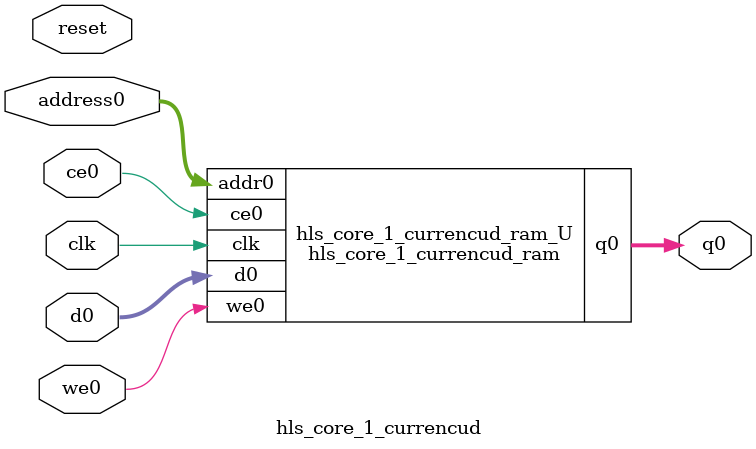
<source format=v>
`timescale 1 ns / 1 ps
module hls_core_1_currencud_ram (addr0, ce0, d0, we0, q0,  clk);

parameter DWIDTH = 32;
parameter AWIDTH = 10;
parameter MEM_SIZE = 784;

input[AWIDTH-1:0] addr0;
input ce0;
input[DWIDTH-1:0] d0;
input we0;
output reg[DWIDTH-1:0] q0;
input clk;

(* ram_style = "block" *)reg [DWIDTH-1:0] ram[0:MEM_SIZE-1];




always @(posedge clk)  
begin 
    if (ce0) 
    begin
        if (we0) 
        begin 
            ram[addr0] <= d0; 
        end 
        q0 <= ram[addr0];
    end
end


endmodule

`timescale 1 ns / 1 ps
module hls_core_1_currencud(
    reset,
    clk,
    address0,
    ce0,
    we0,
    d0,
    q0);

parameter DataWidth = 32'd32;
parameter AddressRange = 32'd784;
parameter AddressWidth = 32'd10;
input reset;
input clk;
input[AddressWidth - 1:0] address0;
input ce0;
input we0;
input[DataWidth - 1:0] d0;
output[DataWidth - 1:0] q0;



hls_core_1_currencud_ram hls_core_1_currencud_ram_U(
    .clk( clk ),
    .addr0( address0 ),
    .ce0( ce0 ),
    .we0( we0 ),
    .d0( d0 ),
    .q0( q0 ));

endmodule


</source>
